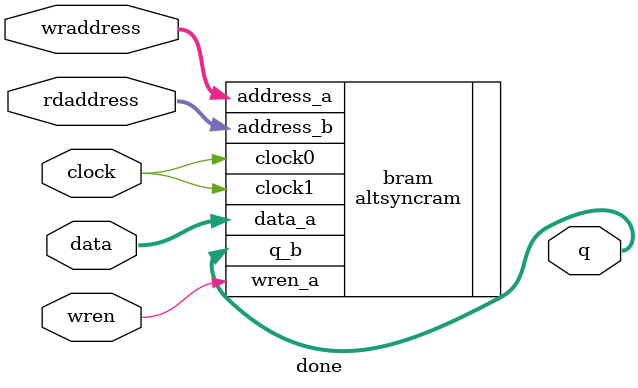
<source format=v>
module done(
    input wire clock,
    input wire [16:0] rdaddress,
    input wire [16:0] wraddress,
    input wire [7:0] data,
    input wire wren,
    output wire [7:0] q
);

// BRAM instantiation
altsyncram #(
    .operation_mode("DUAL_PORT"),
    .width_a(8),              // 8-bit color depth
    .widthad_a(17),           // 17-bit address for sufficient pixel addressing
    .numwords_a(131072),      // Memory depth (adjust as needed)
    .width_b(8),
    .widthad_b(17),
    .numwords_b(131072),
    .lpm_type("altsyncram"),
    .outdata_reg_b("UNREGISTERED"),
    .indata_aclr_a("NONE"),
    .wrcontrol_aclr_a("NONE"),
    .address_aclr_a("NONE"),
    .address_aclr_b("NONE"),
    .outdata_aclr_b("NONE"),
    .intended_device_family("Cyclone V"),
    .init_file("done.mif")  // done.mif
									// play animation parsing 3 snake images leaving all at once?
									// maybe if have time later
) bram (
    .clock0(clock),
	 .clock1(clock),
    .address_a(wraddress),
    .data_a(data),
    .wren_a(wren),
    .address_b(rdaddress),
    .q_b(q)
);

endmodule
</source>
